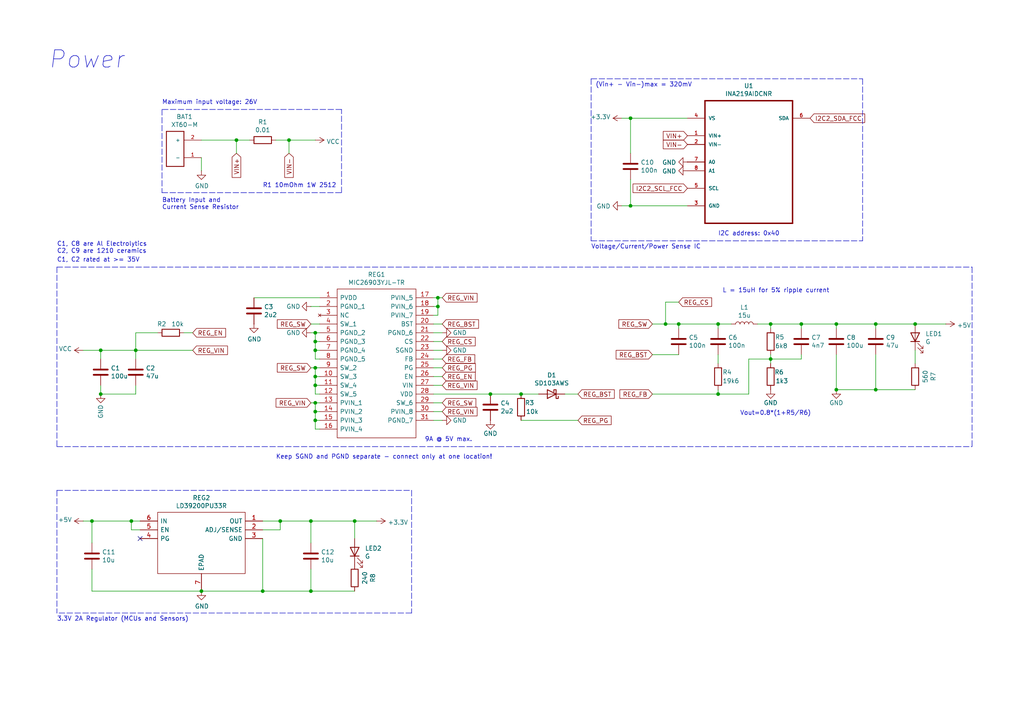
<source format=kicad_sch>
(kicad_sch (version 20250114) (generator "eeschema") (generator_version "9.0")
  (paper "A4")
  (title_block (title "Power") (date "2019-10-27") (rev "0.1") (company "Philip M. Salmony"))
  (lib_symbols
    (symbol "Device:C" (pin_numbers (hide yes)) (pin_names (offset 0.254))
      (property "Reference" "C" (at 0.635 2.54 0))
      (property "Value" "C" (at 0.635 -2.54 0))
      (symbol "C_0_1"
        (polyline (pts (xy -2.032 0.762) (xy 2.032 0.762)) (stroke (width 0.508)))
        (polyline (pts (xy -2.032 -0.762) (xy 2.032 -0.762)) (stroke (width 0.508)))
      )
      (symbol "C_1_1"
        (pin passive line (at 0 3.81 270) (length 2.794) (name "~") (number "1"))
        (pin passive line (at 0 -3.81 90) (length 2.794) (name "~") (number "2"))
      )
    )
    (symbol "Device:D_Schottky" (pin_numbers (hide yes)) (pin_names (offset 1.016) (hide yes))
      (property "Reference" "D" (at 0 2.54 0))
      (property "Value" "D_Schottky" (at 0 -2.54 0))
      (symbol "D_Schottky_0_1"
        (polyline (pts (xy -1.905 0.635) (xy -1.905 1.27) (xy -1.27 1.27) (xy -1.27 -1.27) (xy -0.635 -1.27) (xy -0.635 -0.635)) (stroke (width 0.254)))
        (polyline (pts (xy 1.27 1.27) (xy 1.27 -1.27) (xy -1.27 0) (xy 1.27 1.27)) (stroke (width 0.254)))
        (polyline (pts (xy 1.27 0) (xy -1.27 0)))
      )
      (symbol "D_Schottky_1_1"
        (pin passive line (at -3.81 0 0) (length 2.54) (name "K") (number "1"))
        (pin passive line (at 3.81 0 180) (length 2.54) (name "A") (number "2"))
      )
    )
    (symbol "Device:L" (pin_numbers (hide yes)) (pin_names (offset 1.016) (hide yes))
      (property "Reference" "L" (at -1.27 0 90))
      (property "Value" "L" (at 1.905 0 90))
      (symbol "L_0_1"
        (arc (start 0 2.54) (mid 0.6323 1.905) (end 0 1.27))
        (arc (start 0 1.27) (mid 0.6323 0.635) (end 0 0))
        (arc (start 0 0) (mid 0.6323 -0.635) (end 0 -1.27))
        (arc (start 0 -1.27) (mid 0.6323 -1.905) (end 0 -2.54))
      )
      (symbol "L_1_1"
        (pin passive line (at 0 3.81 270) (length 1.27) (name "1") (number "1"))
        (pin passive line (at 0 -3.81 90) (length 1.27) (name "2") (number "2"))
      )
    )
    (symbol "Device:LED" (pin_numbers (hide yes)) (pin_names (offset 1.016) (hide yes))
      (property "Reference" "D" (at 0 2.54 0))
      (property "Value" "LED" (at 0 -2.54 0))
      (symbol "LED_0_1"
        (polyline (pts (xy -3.048 -0.762) (xy -4.572 -2.286) (xy -3.81 -2.286) (xy -4.572 -2.286) (xy -4.572 -1.524)))
        (polyline (pts (xy -1.778 -0.762) (xy -3.302 -2.286) (xy -2.54 -2.286) (xy -3.302 -2.286) (xy -3.302 -1.524)))
        (polyline (pts (xy -1.27 0) (xy 1.27 0)))
        (polyline (pts (xy -1.27 -1.27) (xy -1.27 1.27)) (stroke (width 0.254)))
        (polyline (pts (xy 1.27 -1.27) (xy 1.27 1.27) (xy -1.27 0) (xy 1.27 -1.27)) (stroke (width 0.254)))
      )
      (symbol "LED_1_1"
        (pin passive line (at -3.81 0 0) (length 2.54) (name "K") (number "1"))
        (pin passive line (at 3.81 0 180) (length 2.54) (name "A") (number "2"))
      )
    )
    (symbol "Device:R" (pin_numbers (hide yes)) (pin_names (offset 0))
      (property "Reference" "R" (at 2.032 0 90))
      (property "Value" "R" (at 0 0 90))
      (symbol "R_0_1"
        (rectangle (start -1.016 -2.54) (end 1.016 2.54) (stroke (width 0.254)))
      )
      (symbol "R_1_1"
        (pin passive line (at 0 3.81 270) (length 1.27) (name "~") (number "1"))
        (pin passive line (at 0 -3.81 90) (length 1.27) (name "~") (number "2"))
      )
    )
    (symbol "INA219AIDCNR:INA219AIDCNR" (pin_names (offset 1.016))
      (property "Reference" "U" (at -5.3594 19.304 0))
      (property "Value" "INA219AIDCNR" (at -4.7244 -25.8064 0))
      (symbol "INA219AIDCNR_0_0"
        (polyline (pts (xy -12.7 15.24) (xy -12.7 -20.32)) (stroke (width 0.4064)))
        (polyline (pts (xy -12.7 -20.32) (xy 12.7 -20.32)) (stroke (width 0.4064)))
        (polyline (pts (xy 12.7 15.24) (xy -12.7 15.24)) (stroke (width 0.4064)))
        (polyline (pts (xy 12.7 -20.32) (xy 12.7 15.24)) (stroke (width 0.4064)))
        (pin power_in line (at -17.78 10.16 0) (length 5.08) (name "VS") (number "4"))
        (pin input line (at -17.78 5.08 0) (length 5.08) (name "VIN+") (number "1"))
        (pin input line (at -17.78 2.54 0) (length 5.08) (name "VIN-") (number "2"))
        (pin input line (at -17.78 -2.54 0) (length 5.08) (name "A0") (number "7"))
        (pin input line (at -17.78 -5.08 0) (length 5.08) (name "A1") (number "8"))
        (pin input line (at -17.78 -10.16 0) (length 5.08) (name "SCL") (number "5"))
        (pin passive line (at -17.78 -15.24 0) (length 5.08) (name "GND") (number "3"))
        (pin bidirectional line (at 17.78 10.16 180) (length 5.08) (name "SDA") (number "6"))
      )
    )
    (symbol "INA219AIDCNR_1" (pin_names (offset 1.016))
      (property "Reference" "U" (at -5.3594 19.304 0))
      (property "Value" "INA219AIDCNR" (at -4.7244 -25.8064 0))
      (symbol "INA219AIDCNR_1_0_0"
        (polyline (pts (xy -12.7 15.24) (xy -12.7 -20.32)) (stroke (width 0.4064)))
        (polyline (pts (xy -12.7 -20.32) (xy 12.7 -20.32)) (stroke (width 0.4064)))
        (polyline (pts (xy 12.7 15.24) (xy -12.7 15.24)) (stroke (width 0.4064)))
        (polyline (pts (xy 12.7 -20.32) (xy 12.7 15.24)) (stroke (width 0.4064)))
        (pin power_in line (at -17.78 10.16 0) (length 5.08) (name "VS") (number "4"))
        (pin input line (at -17.78 5.08 0) (length 5.08) (name "VIN+") (number "1"))
        (pin input line (at -17.78 2.54 0) (length 5.08) (name "VIN-") (number "2"))
        (pin input line (at -17.78 -2.54 0) (length 5.08) (name "A0") (number "7"))
        (pin input line (at -17.78 -5.08 0) (length 5.08) (name "A1") (number "8"))
        (pin input line (at -17.78 -10.16 0) (length 5.08) (name "SCL") (number "5"))
        (pin passive line (at -17.78 -15.24 0) (length 5.08) (name "GND") (number "3"))
        (pin bidirectional line (at 17.78 10.16 180) (length 5.08) (name "SDA") (number "6"))
      )
    )
    (symbol "LD39200PU33R:LD39200PU33R" (pin_names (offset 0.762))
      (property "Reference" "IC" (at 31.75 7.62 0))
      (property "Value" "LD39200PU33R" (at 31.75 5.08 0))
      (symbol "LD39200PU33R_0_0"
        (pin unspecified line (at 0 0 0) (length 5.08) (name "OUT") (number "1"))
        (pin unspecified line (at 0 -2.54 0) (length 5.08) (name "ADJ/SENSE") (number "2"))
        (pin unspecified line (at 0 -5.08 0) (length 5.08) (name "GND") (number "3"))
        (pin unspecified line (at 17.78 -20.32 90) (length 5.08) (name "EPAD") (number "7"))
        (pin unspecified line (at 35.56 0 180) (length 5.08) (name "IN") (number "6"))
        (pin unspecified line (at 35.56 -2.54 180) (length 5.08) (name "EN") (number "5"))
        (pin unspecified line (at 35.56 -5.08 180) (length 5.08) (name "PG") (number "4"))
      )
      (symbol "LD39200PU33R_0_1"
        (polyline (pts (xy 5.08 2.54) (xy 30.48 2.54) (xy 30.48 -15.24) (xy 5.08 -15.24) (xy 5.08 2.54)) (stroke (width 0.1524)))
      )
    )
    (symbol "MIC26903YJL-TR:MIC26903YJL-TR" (pin_names (offset 0.762))
      (property "Reference" "IC" (at 29.21 7.62 0))
      (property "Value" "MIC26903YJL-TR" (at 29.21 5.08 0))
      (symbol "MIC26903YJL-TR_0_0"
        (pin unspecified line (at 0 0 0) (length 5.08) (name "PVDD") (number "1"))
        (pin unspecified line (at 0 -2.54 0) (length 5.08) (name "PGND_1") (number "2"))
        (pin no_connect line (at 0 -5.08 0) (length 5.08) (name "NC") (number "3"))
        (pin unspecified line (at 0 -7.62 0) (length 5.08) (name "SW_1") (number "4"))
        (pin unspecified line (at 0 -10.16 0) (length 5.08) (name "PGND_2") (number "5"))
        (pin unspecified line (at 0 -12.7 0) (length 5.08) (name "PGND_3") (number "6"))
        (pin unspecified line (at 0 -15.24 0) (length 5.08) (name "PGND_4") (number "7"))
        (pin unspecified line (at 0 -17.78 0) (length 5.08) (name "PGND_5") (number "8"))
        (pin unspecified line (at 0 -20.32 0) (length 5.08) (name "SW_2") (number "9"))
        (pin unspecified line (at 0 -22.86 0) (length 5.08) (name "SW_3") (number "10"))
        (pin unspecified line (at 0 -25.4 0) (length 5.08) (name "SW_4") (number "11"))
        (pin unspecified line (at 0 -27.94 0) (length 5.08) (name "SW_5") (number "12"))
        (pin unspecified line (at 0 -30.48 0) (length 5.08) (name "PVIN_1") (number "13"))
        (pin unspecified line (at 0 -33.02 0) (length 5.08) (name "PVIN_2") (number "14"))
        (pin unspecified line (at 0 -35.56 0) (length 5.08) (name "PVIN_3") (number "15"))
        (pin unspecified line (at 0 -38.1 0) (length 5.08) (name "PVIN_4") (number "16"))
        (pin unspecified line (at 33.02 0 180) (length 5.08) (name "PVIN_5") (number "17"))
        (pin unspecified line (at 33.02 -2.54 180) (length 5.08) (name "PVIN_6") (number "18"))
        (pin unspecified line (at 33.02 -5.08 180) (length 5.08) (name "PVIN_7") (number "19"))
        (pin unspecified line (at 33.02 -7.62 180) (length 5.08) (name "BST") (number "20"))
        (pin unspecified line (at 33.02 -10.16 180) (length 5.08) (name "PGND_6") (number "21"))
        (pin unspecified line (at 33.02 -12.7 180) (length 5.08) (name "CS") (number "22"))
        (pin unspecified line (at 33.02 -15.24 180) (length 5.08) (name "SGND") (number "23"))
        (pin unspecified line (at 33.02 -17.78 180) (length 5.08) (name "FB") (number "24"))
        (pin unspecified line (at 33.02 -20.32 180) (length 5.08) (name "PG") (number "25"))
        (pin unspecified line (at 33.02 -22.86 180) (length 5.08) (name "EN") (number "26"))
        (pin unspecified line (at 33.02 -25.4 180) (length 5.08) (name "VIN") (number "27"))
        (pin unspecified line (at 33.02 -27.94 180) (length 5.08) (name "VDD") (number "28"))
        (pin unspecified line (at 33.02 -30.48 180) (length 5.08) (name "SW_6") (number "29"))
        (pin unspecified line (at 33.02 -33.02 180) (length 5.08) (name "PVIN_8") (number "30"))
        (pin unspecified line (at 33.02 -35.56 180) (length 5.08) (name "PGND_7") (number "31"))
      )
      (symbol "MIC26903YJL-TR_0_1"
        (polyline (pts (xy 5.08 2.54) (xy 27.94 2.54) (xy 27.94 -40.64) (xy 5.08 -40.64) (xy 5.08 2.54)) (stroke (width 0.1524)))
      )
    )
    (symbol "XT60-M:XT60-M" (pin_names (offset 1.016))
      (property "Reference" "J" (at -2.54 5.715 0))
      (property "Value" "XT60-M" (at -2.794 -6.35 0))
      (symbol "XT60-M_0_0"
        (polyline (pts (xy -2.54 5.08) (xy 2.54 5.08)) (stroke (width 0.254)))
        (polyline (pts (xy -2.54 -5.08) (xy -2.54 5.08)) (stroke (width 0.254)))
        (polyline (pts (xy 2.54 5.08) (xy 2.54 -5.08)) (stroke (width 0.254)))
        (polyline (pts (xy 2.54 -5.08) (xy -2.54 -5.08)) (stroke (width 0.254)))
        (pin passive line (at -7.62 2.54 0) (length 5.08) (name "-") (number "1"))
        (pin passive line (at -7.62 -2.54 0) (length 5.08) (name "+") (number "2"))
      )
    )
    (symbol "XT60-M_1" (pin_names (offset 1.016))
      (property "Reference" "J" (at -2.54 5.715 0))
      (property "Value" "XT60-M" (at -2.794 -6.35 0))
      (symbol "XT60-M_1_0_0"
        (polyline (pts (xy -2.54 5.08) (xy 2.54 5.08)) (stroke (width 0.254)))
        (polyline (pts (xy -2.54 -5.08) (xy -2.54 5.08)) (stroke (width 0.254)))
        (polyline (pts (xy 2.54 5.08) (xy 2.54 -5.08)) (stroke (width 0.254)))
        (polyline (pts (xy 2.54 -5.08) (xy -2.54 -5.08)) (stroke (width 0.254)))
        (pin passive line (at -7.62 2.54 0) (length 5.08) (name "-") (number "1"))
        (pin passive line (at -7.62 -2.54 0) (length 5.08) (name "+") (number "2"))
      )
    )
    (symbol "power:+3.3V" (power) (pin_numbers (hide yes)) (pin_names (offset 0) (hide yes))
      (property "Value" "+3.3V" (at 0 3.556 0))
      (symbol "+3.3V_0_1"
        (polyline (pts (xy -0.762 1.27) (xy 0 2.54)))
        (polyline (pts (xy 0 2.54) (xy 0.762 1.27)))
        (polyline (pts (xy 0 0) (xy 0 2.54)))
      )
      (symbol "+3.3V_1_1"
        (pin power_in line (at 0 0 90) (length 0) (name "~") (number "1"))
      )
    )
    (symbol "power:+5V" (power) (pin_numbers (hide yes)) (pin_names (offset 0) (hide yes))
      (property "Value" "+5V" (at 0 3.556 0))
      (symbol "+5V_0_1"
        (polyline (pts (xy -0.762 1.27) (xy 0 2.54)))
        (polyline (pts (xy 0 2.54) (xy 0.762 1.27)))
        (polyline (pts (xy 0 0) (xy 0 2.54)))
      )
      (symbol "+5V_1_1"
        (pin power_in line (at 0 0 90) (length 0) (name "~") (number "1"))
      )
    )
    (symbol "power:GND" (power) (pin_numbers (hide yes)) (pin_names (offset 0) (hide yes))
      (property "Value" "GND" (at 0 -3.81 0))
      (symbol "GND_0_1"
        (polyline (pts (xy 0 0) (xy 0 -1.27) (xy 1.27 -1.27) (xy 0 -2.54) (xy -1.27 -1.27) (xy 0 -1.27)))
      )
      (symbol "GND_1_1"
        (pin power_in line (at 0 0 270) (length 0) (name "~") (number "1"))
      )
    )
    (symbol "power:VCC" (power) (pin_numbers (hide yes)) (pin_names (offset 0) (hide yes))
      (property "Value" "VCC" (at 0 3.556 0))
      (symbol "VCC_0_1"
        (polyline (pts (xy -0.762 1.27) (xy 0 2.54)))
        (polyline (pts (xy 0 2.54) (xy 0.762 1.27)))
        (polyline (pts (xy 0 0) (xy 0 2.54)))
      )
      (symbol "VCC_1_1"
        (pin power_in line (at 0 0 90) (length 0) (name "~") (number "1"))
      )
    )
  )
  (text "Voltage/Current/Power Sense IC" (at 171.45 72.39 0) (effects (font (size 1.27 1.27)) (justify left bottom)))
  (text "Power" (at 13.97 20.32 0) (effects (font (size 5.0038 5.0038) (italic yes)) (justify left bottom)))
  (text "C1, C8 are Al Electrolytics\nC2, C9 are 1210 ceramics" (at 16.51 73.66 0) (effects (font (size 1.27 1.27)) (justify left bottom)))
  (text "C1, C2 rated at >= 35V" (at 16.51 76.2 0) (effects (font (size 1.27 1.27)) (justify left bottom)))
  (text "(Vin+ - Vin-)max = 320mV" (at 172.72 25.4 0) (effects (font (size 1.27 1.27)) (justify left bottom)))
  (text "R1 10mOhm 1W 2512" (at 76.2 54.61 0) (effects (font (size 1.27 1.27)) (justify left bottom)))
  (text "3.3V 2A Regulator (MCUs and Sensors)" (at 16.51 180.34 0) (effects (font (size 1.27 1.27)) (justify left bottom)))
  (text "9A @ 5V max." (at 123.19 128.27 0) (effects (font (size 1.27 1.27)) (justify left bottom)))
  (text "Vout=0.8*(1+R5/R6)" (at 214.63 120.65 0) (effects (font (size 1.27 1.27)) (justify left bottom)))
  (text "L = 15uH for 5% ripple current" (at 209.55 85.09 0) (effects (font (size 1.27 1.27)) (justify left bottom)))
  (text "Keep SGND and PGND separate - connect only at one location!" (at 80.01 133.35 0) (effects (font (size 1.27 1.27)) (justify left bottom)))
  (text "I2C address: 0x40" (at 208.28 68.58 0) (effects (font (size 1.27 1.27)) (justify left bottom)))
  (text "Maximum input voltage: 26V" (at 46.99 30.48 0) (effects (font (size 1.27 1.27)) (justify left bottom)))
  (text "Battery Input and\nCurrent Sense Resistor" (at 46.99 60.96 0) (effects (font (size 1.27 1.27)) (justify left bottom)))
  (junction (at 265.43 93.98))
  (junction (at 223.52 93.98))
  (junction (at 193.04 93.98))
  (junction (at 81.28 151.13))
  (junction (at 76.2 171.45))
  (junction (at 223.52 104.14))
  (junction (at 242.57 113.03))
  (junction (at 91.44 99.06))
  (junction (at 91.44 111.76))
  (junction (at 127 88.9))
  (junction (at 91.44 106.68))
  (junction (at 38.1 151.13))
  (junction (at 127 86.36))
  (junction (at 254 113.03))
  (junction (at 29.21 101.6))
  (junction (at 83.82 40.64))
  (junction (at 58.42 171.45))
  (junction (at 91.44 109.22))
  (junction (at 68.58 40.64))
  (junction (at 242.57 93.98))
  (junction (at 232.41 93.98))
  (junction (at 182.88 59.69))
  (junction (at 102.87 151.13))
  (junction (at 26.67 151.13))
  (junction (at 208.28 93.98))
  (junction (at 91.44 119.38))
  (junction (at 196.85 93.98))
  (junction (at 254 93.98))
  (junction (at 90.17 171.45))
  (junction (at 39.37 101.6))
  (junction (at 182.88 34.29))
  (junction (at 91.44 96.52))
  (junction (at 90.17 151.13))
  (junction (at 29.21 114.3))
  (junction (at 91.44 116.84))
  (junction (at 91.44 121.92))
  (junction (at 151.13 114.3))
  (junction (at 91.44 101.6))
  (junction (at 142.24 114.3))
  (junction (at 208.28 114.3))
  (no_connect (at 40.64 156.21))
  (wire (pts (xy 127 88.9) (xy 127 86.36)))
  (wire (pts (xy 90.17 116.84) (xy 91.44 116.84)))
  (wire (pts (xy 208.28 105.41) (xy 208.28 102.87)))
  (wire (pts (xy 217.17 104.14) (xy 223.52 104.14)))
  (wire (pts (xy 92.71 114.3) (xy 91.44 114.3)))
  (wire (pts (xy 91.44 104.14) (xy 91.44 101.6)))
  (wire (pts (xy 208.28 114.3) (xy 208.28 113.03)))
  (wire (pts (xy 81.28 153.67) (xy 81.28 151.13)))
  (wire (pts (xy 208.28 93.98) (xy 212.09 93.98)))
  (wire (pts (xy 91.44 109.22) (xy 91.44 106.68)))
  (wire (pts (xy 91.44 101.6) (xy 91.44 99.06)))
  (wire (pts (xy 109.22 151.13) (xy 102.87 151.13)))
  (wire (pts (xy 182.88 34.29) (xy 199.39 34.29)))
  (wire (pts (xy 232.41 104.14) (xy 223.52 104.14)))
  (wire (pts (xy 26.67 151.13) (xy 38.1 151.13)))
  (wire (pts (xy 55.88 96.52) (xy 53.34 96.52)))
  (wire (pts (xy 102.87 156.21) (xy 102.87 151.13)))
  (wire (pts (xy 128.27 121.92) (xy 125.73 121.92)))
  (wire (pts (xy 39.37 104.14) (xy 39.37 101.6)))
  (wire (pts (xy 91.44 124.46) (xy 91.44 121.92)))
  (wire (pts (xy 76.2 156.21) (xy 76.2 171.45)))
  (polyline (pts (xy 46.99 31.75) (xy 46.99 55.88)) (stroke (width 0) (type dash)))
  (wire (pts (xy 128.27 101.6) (xy 125.73 101.6)))
  (polyline (pts (xy 281.94 77.47) (xy 281.94 129.54)) (stroke (width 0) (type dash)))
  (wire (pts (xy 91.44 119.38) (xy 91.44 116.84)))
  (wire (pts (xy 73.66 86.36) (xy 92.71 86.36)))
  (wire (pts (xy 91.44 96.52) (xy 92.71 96.52)))
  (polyline (pts (xy 171.45 22.86) (xy 250.19 22.86)) (stroke (width 0) (type dash)))
  (wire (pts (xy 217.17 114.3) (xy 217.17 104.14)))
  (wire (pts (xy 90.17 106.68) (xy 91.44 106.68)))
  (wire (pts (xy 24.13 151.13) (xy 26.67 151.13)))
  (wire (pts (xy 91.44 99.06) (xy 92.71 99.06)))
  (wire (pts (xy 90.17 88.9) (xy 92.71 88.9)))
  (wire (pts (xy 128.27 109.22) (xy 125.73 109.22)))
  (wire (pts (xy 26.67 171.45) (xy 26.67 165.1)))
  (wire (pts (xy 127 86.36) (xy 125.73 86.36)))
  (wire (pts (xy 196.85 93.98) (xy 208.28 93.98)))
  (wire (pts (xy 232.41 93.98) (xy 223.52 93.98)))
  (wire (pts (xy 91.44 99.06) (xy 91.44 96.52)))
  (wire (pts (xy 128.27 104.14) (xy 125.73 104.14)))
  (polyline (pts (xy 250.19 22.86) (xy 250.19 69.85)) (stroke (width 0) (type dash)))
  (wire (pts (xy 254 102.87) (xy 254 113.03)))
  (wire (pts (xy 128.27 99.06) (xy 125.73 99.06)))
  (wire (pts (xy 142.24 114.3) (xy 125.73 114.3)))
  (wire (pts (xy 39.37 101.6) (xy 55.88 101.6)))
  (wire (pts (xy 125.73 88.9) (xy 127 88.9)))
  (wire (pts (xy 151.13 114.3) (xy 142.24 114.3)))
  (wire (pts (xy 83.82 44.45) (xy 83.82 40.64)))
  (wire (pts (xy 254 95.25) (xy 254 93.98)))
  (polyline (pts (xy 99.06 31.75) (xy 46.99 31.75)) (stroke (width 0) (type dash)))
  (wire (pts (xy 58.42 171.45) (xy 26.67 171.45)))
  (wire (pts (xy 232.41 95.25) (xy 232.41 93.98)))
  (wire (pts (xy 219.71 93.98) (xy 223.52 93.98)))
  (polyline (pts (xy 171.45 69.85) (xy 250.19 69.85)) (stroke (width 0) (type dash)))
  (wire (pts (xy 26.67 157.48) (xy 26.67 151.13)))
  (wire (pts (xy 242.57 95.25) (xy 242.57 93.98)))
  (polyline (pts (xy 171.45 22.86) (xy 171.45 69.85)) (stroke (width 0) (type dash)))
  (wire (pts (xy 193.04 87.63) (xy 193.04 93.98)))
  (wire (pts (xy 24.13 101.6) (xy 29.21 101.6)))
  (wire (pts (xy 128.27 96.52) (xy 125.73 96.52)))
  (wire (pts (xy 58.42 49.53) (xy 58.42 45.72)))
  (wire (pts (xy 242.57 113.03) (xy 242.57 102.87)))
  (polyline (pts (xy 119.38 177.8) (xy 16.51 177.8)) (stroke (width 0) (type dash)))
  (wire (pts (xy 232.41 102.87) (xy 232.41 104.14)))
  (wire (pts (xy 223.52 104.14) (xy 223.52 102.87)))
  (wire (pts (xy 90.17 151.13) (xy 90.17 157.48)))
  (wire (pts (xy 102.87 171.45) (xy 90.17 171.45)))
  (wire (pts (xy 156.21 114.3) (xy 151.13 114.3)))
  (wire (pts (xy 72.39 40.64) (xy 68.58 40.64)))
  (polyline (pts (xy 119.38 142.24) (xy 119.38 177.8)) (stroke (width 0) (type dash)))
  (polyline (pts (xy 16.51 77.47) (xy 281.94 77.47)) (stroke (width 0) (type dash)))
  (wire (pts (xy 91.44 106.68) (xy 92.71 106.68)))
  (wire (pts (xy 242.57 93.98) (xy 232.41 93.98)))
  (wire (pts (xy 182.88 34.29) (xy 182.88 44.45)))
  (wire (pts (xy 91.44 116.84) (xy 92.71 116.84)))
  (wire (pts (xy 91.44 114.3) (xy 91.44 111.76)))
  (wire (pts (xy 29.21 114.3) (xy 29.21 111.76)))
  (wire (pts (xy 128.27 111.76) (xy 125.73 111.76)))
  (wire (pts (xy 92.71 121.92) (xy 91.44 121.92)))
  (wire (pts (xy 254 93.98) (xy 242.57 93.98)))
  (wire (pts (xy 38.1 151.13) (xy 40.64 151.13)))
  (wire (pts (xy 265.43 113.03) (xy 254 113.03)))
  (wire (pts (xy 127 91.44) (xy 127 88.9)))
  (polyline (pts (xy 99.06 55.88) (xy 99.06 31.75)) (stroke (width 0) (type dash)))
  (polyline (pts (xy 16.51 142.24) (xy 119.38 142.24)) (stroke (width 0) (type dash)))
  (wire (pts (xy 39.37 111.76) (xy 39.37 114.3)))
  (wire (pts (xy 90.17 151.13) (xy 102.87 151.13)))
  (wire (pts (xy 39.37 114.3) (xy 29.21 114.3)))
  (wire (pts (xy 90.17 165.1) (xy 90.17 171.45)))
  (wire (pts (xy 29.21 101.6) (xy 29.21 104.14)))
  (wire (pts (xy 92.71 111.76) (xy 91.44 111.76)))
  (wire (pts (xy 76.2 151.13) (xy 81.28 151.13)))
  (wire (pts (xy 38.1 153.67) (xy 38.1 151.13)))
  (wire (pts (xy 128.27 119.38) (xy 125.73 119.38)))
  (wire (pts (xy 90.17 96.52) (xy 91.44 96.52)))
  (wire (pts (xy 189.23 114.3) (xy 208.28 114.3)))
  (wire (pts (xy 180.34 34.29) (xy 182.88 34.29)))
  (wire (pts (xy 182.88 52.07) (xy 182.88 59.69)))
  (wire (pts (xy 76.2 171.45) (xy 58.42 171.45)))
  (wire (pts (xy 265.43 105.41) (xy 265.43 101.6)))
  (polyline (pts (xy 16.51 129.54) (xy 281.94 129.54)) (stroke (width 0) (type dash)))
  (polyline (pts (xy 46.99 55.88) (xy 99.06 55.88)) (stroke (width 0) (type dash)))
  (wire (pts (xy 91.44 40.64) (xy 83.82 40.64)))
  (wire (pts (xy 189.23 102.87) (xy 196.85 102.87)))
  (wire (pts (xy 254 113.03) (xy 242.57 113.03)))
  (wire (pts (xy 92.71 104.14) (xy 91.44 104.14)))
  (wire (pts (xy 39.37 96.52) (xy 39.37 101.6)))
  (wire (pts (xy 68.58 40.64) (xy 58.42 40.64)))
  (wire (pts (xy 80.01 40.64) (xy 83.82 40.64)))
  (wire (pts (xy 128.27 93.98) (xy 125.73 93.98)))
  (wire (pts (xy 68.58 44.45) (xy 68.58 40.64)))
  (polyline (pts (xy 16.51 142.24) (xy 16.51 177.8)) (stroke (width 0) (type dash)))
  (wire (pts (xy 91.44 111.76) (xy 91.44 109.22)))
  (wire (pts (xy 92.71 124.46) (xy 91.44 124.46)))
  (wire (pts (xy 189.23 93.98) (xy 193.04 93.98)))
  (wire (pts (xy 91.44 101.6) (xy 92.71 101.6)))
  (wire (pts (xy 208.28 114.3) (xy 217.17 114.3)))
  (wire (pts (xy 223.52 105.41) (xy 223.52 104.14)))
  (wire (pts (xy 91.44 121.92) (xy 91.44 119.38)))
  (wire (pts (xy 39.37 101.6) (xy 29.21 101.6)))
  (wire (pts (xy 128.27 106.68) (xy 125.73 106.68)))
  (wire (pts (xy 92.71 109.22) (xy 91.44 109.22)))
  (wire (pts (xy 128.27 86.36) (xy 127 86.36)))
  (wire (pts (xy 81.28 151.13) (xy 90.17 151.13)))
  (wire (pts (xy 196.85 93.98) (xy 196.85 95.25)))
  (wire (pts (xy 76.2 153.67) (xy 81.28 153.67)))
  (wire (pts (xy 223.52 95.25) (xy 223.52 93.98)))
  (wire (pts (xy 193.04 93.98) (xy 196.85 93.98)))
  (wire (pts (xy 196.85 87.63) (xy 193.04 87.63)))
  (wire (pts (xy 265.43 93.98) (xy 254 93.98)))
  (polyline (pts (xy 16.51 77.47) (xy 16.51 129.54)) (stroke (width 0) (type dash)))
  (wire (pts (xy 180.34 59.69) (xy 182.88 59.69)))
  (wire (pts (xy 128.27 116.84) (xy 125.73 116.84)))
  (wire (pts (xy 90.17 93.98) (xy 92.71 93.98)))
  (wire (pts (xy 182.88 59.69) (xy 199.39 59.69)))
  (wire (pts (xy 208.28 95.25) (xy 208.28 93.98)))
  (wire (pts (xy 90.17 171.45) (xy 76.2 171.45)))
  (wire (pts (xy 45.72 96.52) (xy 39.37 96.52)))
  (wire (pts (xy 92.71 119.38) (xy 91.44 119.38)))
  (wire (pts (xy 274.32 93.98) (xy 265.43 93.98)))
  (wire (pts (xy 167.64 121.92) (xy 151.13 121.92)))
  (wire (pts (xy 40.64 153.67) (xy 38.1 153.67)))
  (wire (pts (xy 167.64 114.3) (xy 163.83 114.3)))
  (wire (pts (xy 125.73 91.44) (xy 127 91.44)))
  (global_label "REG_VIN" (shape input) (at 90.17 116.84 180) (property "Intersheetrefs" "${INTERSHEET_REFS}" (effects (hide yes))))
  (global_label "REG_EN" (shape input) (at 128.27 109.22 0) (property "Intersheetrefs" "${INTERSHEET_REFS}" (effects (hide yes))))
  (global_label "REG_VIN" (shape input) (at 128.27 111.76 0) (property "Intersheetrefs" "${INTERSHEET_REFS}" (effects (hide yes))))
  (global_label "REG_VIN" (shape input) (at 128.27 119.38 0) (property "Intersheetrefs" "${INTERSHEET_REFS}" (effects (hide yes))))
  (global_label "REG_SW" (shape input) (at 90.17 93.98 180) (property "Intersheetrefs" "${INTERSHEET_REFS}" (effects (hide yes))))
  (global_label "I2C2_SDA_FCC" (shape input) (at 234.95 34.29 0) (property "Intersheetrefs" "${INTERSHEET_REFS}" (effects (hide yes))))
  (global_label "VIN-" (shape input) (at 83.82 44.45 270) (property "Intersheetrefs" "${INTERSHEET_REFS}" (effects (hide yes))))
  (global_label "REG_VIN" (shape input) (at 128.27 86.36 0) (property "Intersheetrefs" "${INTERSHEET_REFS}" (effects (hide yes))))
  (global_label "REG_FB" (shape input) (at 128.27 104.14 0) (property "Intersheetrefs" "${INTERSHEET_REFS}" (effects (hide yes))))
  (global_label "REG_BST" (shape input) (at 189.23 102.87 180) (property "Intersheetrefs" "${INTERSHEET_REFS}" (effects (hide yes))))
  (global_label "REG_SW" (shape input) (at 90.17 106.68 180) (property "Intersheetrefs" "${INTERSHEET_REFS}" (effects (hide yes))))
  (global_label "VIN+" (shape input) (at 199.39 39.37 180) (property "Intersheetrefs" "${INTERSHEET_REFS}" (effects (hide yes))))
  (global_label "REG_FB" (shape input) (at 189.23 114.3 180) (property "Intersheetrefs" "${INTERSHEET_REFS}" (effects (hide yes))))
  (global_label "REG_CS" (shape input) (at 128.27 99.06 0) (property "Intersheetrefs" "${INTERSHEET_REFS}" (effects (hide yes))))
  (global_label "REG_PG" (shape input) (at 167.64 121.92 0) (property "Intersheetrefs" "${INTERSHEET_REFS}" (effects (hide yes))))
  (global_label "I2C2_SCL_FCC" (shape input) (at 199.39 54.61 180) (property "Intersheetrefs" "${INTERSHEET_REFS}" (effects (hide yes))))
  (global_label "VIN+" (shape input) (at 68.58 44.45 270) (property "Intersheetrefs" "${INTERSHEET_REFS}" (effects (hide yes))))
  (global_label "REG_BST" (shape input) (at 128.27 93.98 0) (property "Intersheetrefs" "${INTERSHEET_REFS}" (effects (hide yes))))
  (global_label "VIN-" (shape input) (at 199.39 41.91 180) (property "Intersheetrefs" "${INTERSHEET_REFS}" (effects (hide yes))))
  (global_label "REG_BST" (shape input) (at 167.64 114.3 0) (property "Intersheetrefs" "${INTERSHEET_REFS}" (effects (hide yes))))
  (global_label "REG_SW" (shape input) (at 189.23 93.98 180) (property "Intersheetrefs" "${INTERSHEET_REFS}" (effects (hide yes))))
  (global_label "REG_PG" (shape input) (at 128.27 106.68 0) (property "Intersheetrefs" "${INTERSHEET_REFS}" (effects (hide yes))))
  (global_label "REG_CS" (shape input) (at 196.85 87.63 0) (property "Intersheetrefs" "${INTERSHEET_REFS}" (effects (hide yes))))
  (global_label "REG_SW" (shape input) (at 128.27 116.84 0) (property "Intersheetrefs" "${INTERSHEET_REFS}" (effects (hide yes))))
  (global_label "REG_EN" (shape input) (at 55.88 96.52 0) (property "Intersheetrefs" "${INTERSHEET_REFS}" (effects (hide yes))))
  (global_label "REG_VIN" (shape input) (at 55.88 101.6 0) (property "Intersheetrefs" "${INTERSHEET_REFS}" (effects (hide yes))))
  (symbol (lib_id "Device:C") (at 73.66 90.17 0) (unit 1)
    (property "Reference" "C3" (at 76.581 89.0016 0) (effects (justify left)))
    (property "Value" "2u2" (at 76.581 91.313 0) (effects (justify left)))
    (property "Footprint" "Capacitor_SMD:C_0805_2012Metric" (effects (hide yes)))
  )
  (symbol (lib_id "Device:C") (at 26.67 161.29 0) (unit 1)
    (property "Reference" "C11" (at 29.591 160.1216 0) (effects (justify left)))
    (property "Value" "10u" (at 29.591 162.433 0) (effects (justify left)))
    (property "Footprint" "Capacitor_SMD:C_0603_1608Metric" (effects (hide yes)))
  )
  (symbol (lib_id "Device:C") (at 90.17 161.29 0) (unit 1)
    (property "Reference" "C12" (at 93.091 160.1216 0) (effects (justify left)))
    (property "Value" "10u" (at 93.091 162.433 0) (effects (justify left)))
    (property "Footprint" "Capacitor_SMD:C_0603_1608Metric" (effects (hide yes)))
  )
  (symbol (lib_id "power:+3.3V") (at 109.22 151.13 270) (unit 1)
    (property "Reference" "#PWR064" (effects (hide yes)))
    (property "Value" "+3.3V" (at 112.4712 151.511 90) (effects (justify left)))
  )
  (symbol (lib_id "power:GND") (at 58.42 49.53 0) (unit 1)
    (property "Reference" "#PWR06" (effects (hide yes)))
    (property "Value" "GND" (at 58.547 53.9242 0))
  )
  (symbol (lib_id "Device:R") (at 76.2 40.64 270) (unit 1)
    (property "Reference" "R1" (at 76.2 35.3822 90))
    (property "Value" "0.01" (at 76.2 37.6936 90))
    (property "Footprint" "Resistor_SMD:R_2512_6332Metric" (effects (hide yes)))
  )
  (symbol (lib_name "INA219AIDCNR_1") (lib_id "INA219AIDCNR:INA219AIDCNR") (at 217.17 44.45 0) (unit 1)
    (property "Reference" "U1" (at 217.17 24.892 0))
    (property "Value" "INA219AIDCNR" (at 217.17 27.2034 0))
    (property "Footprint" "INA219AIDCNR:SOT65P280X145-8N" (effects (hide yes)))
    (property "Field4" "26-V, Bi-Directional, Zero-Drift, High-Side, I2C Out Current/Power Monitor 8-SOT-23 -40 to 125" (effects (hide yes)))
    (property "Field5" "Texas Instruments" (effects (hide yes)))
    (property "Field6" "SOT-23 Texas Instruments" (effects (hide yes)))
    (property "Field7" "None" (effects (hide yes)))
    (property "Field8" "INA219AIDCNR" (effects (hide yes)))
  )
  (symbol (lib_name "XT60-M_1") (lib_id "XT60-M:XT60-M") (at 50.8 43.18 180) (unit 1)
    (property "Reference" "BAT1" (at 53.5178 33.8582 0))
    (property "Value" "XT60-M" (at 53.5178 36.1696 0))
    (property "Footprint" "XT60-M:AMASS_XT60-M" (effects (hide yes)))
    (property "Field4" "None" (effects (hide yes)))
    (property "Field5" "XT60-M" (effects (hide yes)))
    (property "Field6" "Unavailable" (effects (hide yes)))
    (property "Field7" "AMASS" (effects (hide yes)))
  )
  (symbol (lib_id "power:+3.3V") (at 180.34 34.29 90) (unit 1)
    (property "Reference" "#PWR04" (effects (hide yes)))
    (property "Value" "+3.3V" (at 177.0888 33.909 90) (effects (justify left)))
  )
  (symbol (lib_id "Device:LED") (at 102.87 160.02 90) (unit 1)
    (property "Reference" "LED2" (at 105.8418 159.0548 90) (effects (justify right)))
    (property "Value" "G" (at 105.8418 161.3662 90) (effects (justify right)))
    (property "Footprint" "LED_SMD:LED_0603_1608Metric" (effects (hide yes)))
  )
  (symbol (lib_id "Device:C") (at 182.88 48.26 0) (unit 1)
    (property "Reference" "C10" (at 185.801 47.0916 0) (effects (justify left)))
    (property "Value" "100n" (at 185.801 49.403 0) (effects (justify left)))
    (property "Footprint" "Capacitor_SMD:C_0402_1005Metric" (effects (hide yes)))
  )
  (symbol (lib_id "power:GND") (at 180.34 59.69 270) (unit 1)
    (property "Reference" "#PWR05" (effects (hide yes)))
    (property "Value" "GND" (at 177.0888 59.817 90) (effects (justify right)))
  )
  (symbol (lib_id "Device:R") (at 102.87 167.64 180) (unit 1)
    (property "Reference" "R8" (at 108.1278 167.64 90))
    (property "Value" "240" (at 105.8164 167.64 90))
    (property "Footprint" "Resistor_SMD:R_0603_1608Metric" (effects (hide yes)))
  )
  (symbol (lib_id "power:GND") (at 199.39 46.99 270) (unit 1)
    (property "Reference" "#PWR010" (effects (hide yes)))
    (property "Value" "GND" (at 196.1388 47.117 90) (effects (justify right)))
  )
  (symbol (lib_id "power:GND") (at 199.39 49.53 270) (unit 1)
    (property "Reference" "#PWR011" (effects (hide yes)))
    (property "Value" "GND" (at 196.1388 49.657 90) (effects (justify right)))
  )
  (symbol (lib_id "power:+5V") (at 274.32 93.98 270) (unit 1)
    (property "Reference" "#PWR029" (effects (hide yes)))
    (property "Value" "+5V" (at 277.5712 94.361 90) (effects (justify left)))
  )
  (symbol (lib_id "power:VCC") (at 91.44 40.64 270) (unit 1)
    (property "Reference" "#PWR09" (effects (hide yes)))
    (property "Value" "VCC" (at 94.6912 41.0718 90) (effects (justify left)))
  )
  (symbol (lib_id "power:+5V") (at 24.13 151.13 90) (unit 1)
    (property "Reference" "#PWR017" (effects (hide yes)))
    (property "Value" "+5V" (at 20.8788 150.749 90) (effects (justify left)))
  )
  (symbol (lib_id "Device:C") (at 29.21 107.95 0) (unit 1)
    (property "Reference" "C1" (at 32.131 106.7816 0) (effects (justify left)))
    (property "Value" "100u" (at 32.131 109.093 0) (effects (justify left)))
    (property "Footprint" "Capacitor_SMD:C_Elec_6.3x7.7" (effects (hide yes)))
  )
  (symbol (lib_id "Device:C") (at 39.37 107.95 0) (unit 1)
    (property "Reference" "C2" (at 42.291 106.7816 0) (effects (justify left)))
    (property "Value" "47u" (at 42.291 109.093 0) (effects (justify left)))
    (property "Footprint" "Capacitor_SMD:C_1210_3225Metric" (effects (hide yes)))
  )
  (symbol (lib_id "Device:R") (at 223.52 99.06 0) (unit 1)
    (property "Reference" "R5" (at 224.79 97.79 0) (effects (justify left)))
    (property "Value" "6k8" (at 224.79 100.33 0) (effects (justify left)))
    (property "Footprint" "Resistor_SMD:R_0805_2012Metric" (effects (hide yes)))
  )
  (symbol (lib_id "Device:C") (at 196.85 99.06 0) (unit 1)
    (property "Reference" "C5" (at 199.771 97.8916 0) (effects (justify left)))
    (property "Value" "100n" (at 199.771 100.203 0) (effects (justify left)))
    (property "Footprint" "Capacitor_SMD:C_0805_2012Metric" (effects (hide yes)))
  )
  (symbol (lib_id "Device:C") (at 232.41 99.06 0) (unit 1)
    (property "Reference" "C7" (at 235.331 97.8916 0) (effects (justify left)))
    (property "Value" "4n7" (at 235.331 100.203 0) (effects (justify left)))
    (property "Footprint" "Capacitor_SMD:C_0805_2012Metric" (effects (hide yes)))
  )
  (symbol (lib_id "Device:C") (at 142.24 118.11 0) (unit 1)
    (property "Reference" "C4" (at 145.161 116.9416 0) (effects (justify left)))
    (property "Value" "2u2" (at 145.161 119.253 0) (effects (justify left)))
    (property "Footprint" "Capacitor_SMD:C_0805_2012Metric" (effects (hide yes)))
  )
  (symbol (lib_id "MIC26903YJL-TR:MIC26903YJL-TR") (at 92.71 86.36 0) (unit 1)
    (property "Reference" "REG1" (at 109.22 79.629 0))
    (property "Value" "MIC26903YJL-TR" (at 109.22 81.9404 0))
    (property "Footprint" "MIC26903YJL-TR:MIC24054YJLTR" (effects (hide yes)))
    (property "Datasheet" "http://www.mouser.com/datasheet/2/268/MIC26903-778571.pdf" (effects (hide yes)))
    (property "Description" "Switching Voltage Regulators 28V, 9A HyperLight Load  Synchronous DC/DC Buck Regulator SuperSwitcher IIG" (effects (hide yes)))
    (property "Height" "2" (effects (hide yes)))
    (property "Manufacturer_Name" "Micrel" (effects (hide yes)))
    (property "Manufacturer_Part_Number" "MIC26903YJL-TR" (effects (hide yes)))
    (property "Mouser Part Number" "998-MIC26903YJLTR" (effects (hide yes)))
    (property "Mouser Price/Stock" "https://www.mouser.com/Search/Refine.aspx?Keyword=998-MIC26903YJLTR" (effects (hide yes)))
  )
  (symbol (lib_id "power:GND") (at 73.66 93.98 0) (unit 1)
    (property "Reference" "#PWR03" (effects (hide yes)))
    (property "Value" "GND" (at 73.787 98.3742 0))
  )
  (symbol (lib_id "LD39200PU33R:LD39200PU33R") (at 76.2 151.13 0) (mirror y) (unit 1)
    (property "Reference" "REG2" (at 58.42 144.399 0))
    (property "Value" "LD39200PU33R" (at 58.42 146.7104 0))
    (property "Footprint" "LD39200PU33R:SON95P300X300X100-7N-D" (effects (hide yes)))
    (property "Datasheet" "https://www.st.com/resource/en/datasheet/ld39200.pdf" (effects (hide yes)))
    (property "Description" "LDO Voltage Regulators 2 A high PSRR ultra low drop linear regulator with reverse current protection" (effects (hide yes)))
    (property "Height" "1" (effects (hide yes)))
    (property "Manufacturer_Name" "STMicroelectronics" (effects (hide yes)))
    (property "Manufacturer_Part_Number" "LD39200PU33R" (effects (hide yes)))
    (property "Mouser Part Number" "511-LD39200PU33R" (effects (hide yes)))
    (property "Mouser Price/Stock" "https://www.mouser.com/Search/Refine.aspx?Keyword=511-LD39200PU33R" (effects (hide yes)))
  )
  (symbol (lib_id "power:GND") (at 90.17 88.9 270) (unit 1)
    (property "Reference" "#PWR07" (effects (hide yes)))
    (property "Value" "GND" (at 85.09 88.9 90))
  )
  (symbol (lib_id "power:GND") (at 90.17 96.52 270) (unit 1)
    (property "Reference" "#PWR08" (effects (hide yes)))
    (property "Value" "GND" (at 85.09 96.52 90))
  )
  (symbol (lib_id "power:GND") (at 128.27 96.52 90) (unit 1)
    (property "Reference" "#PWR012" (effects (hide yes)))
    (property "Value" "GND" (at 133.35 96.52 90))
  )
  (symbol (lib_id "power:GND") (at 128.27 121.92 90) (unit 1)
    (property "Reference" "#PWR014" (effects (hide yes)))
    (property "Value" "GND" (at 133.35 121.92 90))
  )
  (symbol (lib_id "power:GND") (at 29.21 114.3 0) (unit 1)
    (property "Reference" "#PWR02" (effects (hide yes)))
    (property "Value" "GND" (at 29.21 119.38 90))
  )
  (symbol (lib_id "Device:D_Schottky") (at 160.02 114.3 180) (unit 1)
    (property "Reference" "D1" (at 160.02 108.8136 0))
    (property "Value" "SD103AWS" (at 160.02 111.125 0))
    (property "Footprint" "Diode_SMD:D_SOD-323" (effects (hide yes)))
  )
  (symbol (lib_id "power:GND") (at 142.24 121.92 0) (unit 1)
    (property "Reference" "#PWR015" (effects (hide yes)))
    (property "Value" "GND" (at 142.24 125.73 0))
  )
  (symbol (lib_id "power:GND") (at 58.42 171.45 0) (unit 1)
    (property "Reference" "#PWR020" (effects (hide yes)))
    (property "Value" "GND" (at 58.547 175.8442 0))
  )
  (symbol (lib_id "Device:R") (at 49.53 96.52 90) (unit 1)
    (property "Reference" "R2" (at 48.26 93.98 90) (effects (justify left)))
    (property "Value" "10k" (at 53.34 93.98 90) (effects (justify left)))
    (property "Footprint" "Resistor_SMD:R_0805_2012Metric" (effects (hide yes)))
  )
  (symbol (lib_id "power:VCC") (at 24.13 101.6 90) (unit 1)
    (property "Reference" "#PWR01" (effects (hide yes)))
    (property "Value" "VCC" (at 20.8788 101.1682 90) (effects (justify left)))
  )
  (symbol (lib_id "power:GND") (at 128.27 101.6 90) (unit 1)
    (property "Reference" "#PWR013" (effects (hide yes)))
    (property "Value" "GND" (at 133.35 101.6 90))
  )
  (symbol (lib_id "Device:L") (at 215.9 93.98 90) (unit 1)
    (property "Reference" "L1" (at 215.9 89.154 90))
    (property "Value" "15u" (at 215.9 91.4654 90))
    (property "Footprint" "SRP1265A-150M:INDPM135125X650N" (effects (hide yes)))
  )
  (symbol (lib_id "Device:LED") (at 265.43 97.79 90) (unit 1)
    (property "Reference" "LED1" (at 268.4018 96.8248 90) (effects (justify right)))
    (property "Value" "G" (at 268.4018 99.1362 90) (effects (justify right)))
    (property "Footprint" "LED_SMD:LED_0603_1608Metric" (effects (hide yes)))
  )
  (symbol (lib_id "power:GND") (at 223.52 113.03 0) (unit 1)
    (property "Reference" "#PWR016" (effects (hide yes)))
    (property "Value" "GND" (at 223.52 116.84 0))
  )
  (symbol (lib_id "Device:R") (at 265.43 109.22 180) (unit 1)
    (property "Reference" "R7" (at 270.6878 109.22 90))
    (property "Value" "560" (at 268.3764 109.22 90))
    (property "Footprint" "Resistor_SMD:R_0603_1608Metric" (effects (hide yes)))
  )
  (symbol (lib_id "Device:C") (at 208.28 99.06 0) (unit 1)
    (property "Reference" "C6" (at 211.201 97.8916 0) (effects (justify left)))
    (property "Value" "100n" (at 211.201 100.203 0) (effects (justify left)))
    (property "Footprint" "Capacitor_SMD:C_0805_2012Metric" (effects (hide yes)))
  )
  (symbol (lib_id "Device:R") (at 208.28 109.22 0) (unit 1)
    (property "Reference" "R4" (at 209.55 107.95 0) (effects (justify left)))
    (property "Value" "19k6" (at 209.55 110.49 0) (effects (justify left)))
    (property "Footprint" "Resistor_SMD:R_0805_2012Metric" (effects (hide yes)))
  )
  (symbol (lib_id "Device:C") (at 242.57 99.06 0) (unit 1)
    (property "Reference" "C8" (at 245.491 97.8916 0) (effects (justify left)))
    (property "Value" "100u" (at 245.491 100.203 0) (effects (justify left)))
    (property "Footprint" "Capacitor_SMD:C_Elec_6.3x7.7" (effects (hide yes)))
  )
  (symbol (lib_id "power:GND") (at 242.57 113.03 0) (unit 1)
    (property "Reference" "#PWR018" (effects (hide yes)))
    (property "Value" "GND" (at 242.57 116.84 0))
  )
  (symbol (lib_id "Device:C") (at 254 99.06 0) (unit 1)
    (property "Reference" "C9" (at 256.921 97.8916 0) (effects (justify left)))
    (property "Value" "47u" (at 256.921 100.203 0) (effects (justify left)))
    (property "Footprint" "Capacitor_SMD:C_1210_3225Metric" (effects (hide yes)))
  )
  (symbol (lib_id "Device:R") (at 223.52 109.22 180) (unit 1)
    (property "Reference" "R6" (at 227.33 107.95 0) (effects (justify left)))
    (property "Value" "1k3" (at 228.6 110.49 0) (effects (justify left)))
    (property "Footprint" "Resistor_SMD:R_0805_2012Metric" (effects (hide yes)))
  )
  (symbol (lib_id "Device:R") (at 151.13 118.11 180) (unit 1)
    (property "Reference" "R3" (at 154.94 116.84 0) (effects (justify left)))
    (property "Value" "10k" (at 156.21 119.38 0) (effects (justify left)))
    (property "Footprint" "Resistor_SMD:R_0805_2012Metric" (effects (hide yes)))
  )
  (sheet (at 81.28 247.65) (size 44.45 16.51)
    (property "Sheetname" "FlightControlComputer" (at 81.28 246.9384 0) (effects (justify left bottom)))
    (property "Sheetfile" "FCC.kicad_sch" (at 81.28 264.7446 0) (effects (justify left top)))
  )
  (sheet (at 128.27 270.51) (size 46.99 16.51)
    (property "Sheetname" "NAVCPeripherals" (at 128.27 269.7984 0) (effects (justify left bottom)))
    (property "Sheetfile" "NAVCPeripherals.kicad_sch" (at 128.27 287.6046 0) (effects (justify left top)))
  )
  (sheet (at 81.28 293.37) (size 44.45 16.51)
    (property "Sheetname" "Connections" (at 81.28 292.6584 0) (effects (justify left bottom)))
    (property "Sheetfile" "Connections.kicad_sch" (at 81.28 310.4646 0) (effects (justify left top)))
  )
  (sheet (at 128.27 247.65) (size 46.99 16.51)
    (property "Sheetname" "FCCPeripherals" (at 128.27 246.9384 0) (effects (justify left bottom)))
    (property "Sheetfile" "FCCPeripherals.kicad_sch" (at 128.27 264.7446 0) (effects (justify left top)))
  )
  (sheet (at 81.28 270.51) (size 44.45 16.51)
    (property "Sheetname" "NavigationComputer" (at 81.28 269.7984 0) (effects (justify left bottom)))
    (property "Sheetfile" "NAVC.kicad_sch" (at 81.28 287.6046 0) (effects (justify left top)))
  )
)
</source>
